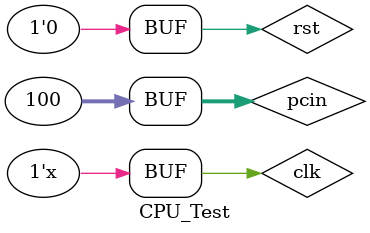
<source format=v>
`timescale 1ns / 1ps

module CPU_Test();
    //Start PC
    reg clk, rst;
    reg [31:0] pcin;
    wire [31:0] pcout;
    //End PC
    //Start InstructMem
  //wire[31:0] pcout;
    wire [31:0] dowire;
    //End InstructMem
    //Start IFID
  //reg clk
  //wire [31:0] dowire
    wire [5:0] opwire;
    wire [5:0] funcwire;
    wire [4:0] rdwire, rtwire, rswire;
    wire [15:0] immwire;
    //End IFID
    //Start ControlUnit
  //wire [5:0] opwire;
  //wire [5:0] funcwire;
    wire wregwire, m2regwire, wmemwire, aluimmwire;
    wire regrtwire;
    wire [3:0] alucwire;
    //End ControlUnit
    //Start RegFile
    reg wewire;
  //wire [4:0] rtwire, rswire;
    wire [4:0] wnwire;
    wire [4:0] dwire;
    wire [31:0] qawire, qbwire;
    //End RegFile
    //Start ControlMux
  //wire regrtwire;
  //wire [4:0] rdwire, rtwire;
    wire [4:0] muxwire;
    //End ControlMux
    //Start SignExtend
  //wire [15:0] immwire;
    wire [31:0] longwire;
    //End SignExtend
    //Start IDEXE
  //reg clk;
  //wire wregwire, m2regwire, wmemwire, aluimmwire;
  //wire [3:0] alucwire;
  //wire [31:0] qawire, qbwire;
  //wire [4:0] muxwire;
  //wire [31:0] longwire;
    wire ewregwire, em2regwire, ewmemwire, ealuimmwire;
    wire [3:0] ealucwire;
    wire [31:0] eqbwire, eqawire, Extenderwire;
    wire [4:0] emuxwire;
    //End IDEXE

//////////////////////////////////////////////////////////////////////////////////////
    PC pc(clk,rst,pcin, pcout);
    InstructMem instmem(pcin, dowire);
    IFID ifid(clk, dowire, opwire, funcwire, rdwire, rswire, rtwire, immwire);
    ControlUnit ctrunit(opwire, funcwire, wregwire, m2regwire, wmemwire, 
                        aluimmwire, regrtwire, alucwire);
    RegFile regfile(wewire, rswire, rtwire, wnwire, dwire, qawire, qbwire);
    ControlMux ctrmux(regrtwire, rdwire, rtwire,muxwire);
    SignExtend extender(immwire, longwire);
    IDEXE idexe(clk, wregwire, m2regwire, wmemwire, aluimmwire, alucwire,
                qawire, qbwire, muxwire, longwire, ewregwire, em2regwire,
                ewmemwire, ealuimmwire, ealucwire, eqawire, eqbwire, 
                emuxwire, Extenderwire);

    initial begin
        clk = 1;
        pcin = 100;
        rst = 1;
        #1 rst = 0;     
    end

    always begin
        #5 clk = !clk;
    end
endmodule

</source>
